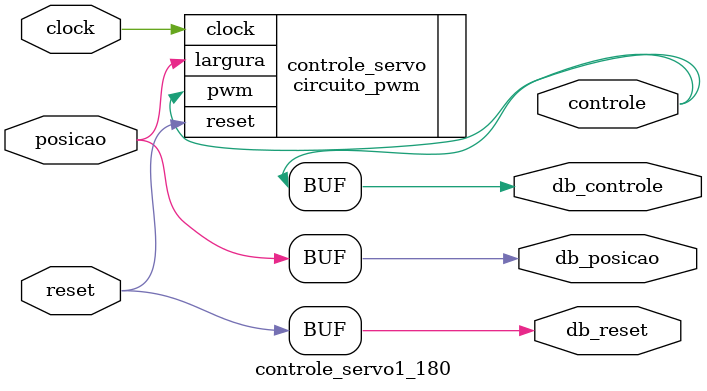
<source format=v>
module controle_servo1_180 (
    input wire clock,
    input wire reset,
    input wire posicao,
    output wire controle,
    output wire db_reset,
    output wire db_posicao,
    output wire db_controle
);

//      // servo  LATERAL CHECK 
//		circuito_pwm #(           
//        .conf_periodo (1000000),   // 20ms = 20ms / 20ns = 1000000 
//        .largura_0    (27144  ),   // 0º - 27144
//        .largura_1    (70000  )    // 100º - 78735
//      ) controle_servo (
//        .clock   (clock   ),
//        .reset   (reset   ),
//        .largura (posicao ),
//        .pwm     (controle)
//    );
	 
////	 // servo BASE
		circuito_pwm #(           
        .conf_periodo (1000000),   
        .largura_0    (28204  ),   
        .largura_1    (70000  )   
      ) controle_servo (
        .clock   (clock   ),
        .reset   (reset   ),
        .largura (posicao ),
        .pwm     (controle)
    );

    assign db_reset = reset;
    assign db_posicao = posicao;
    assign db_controle = controle;

endmodule

</source>
